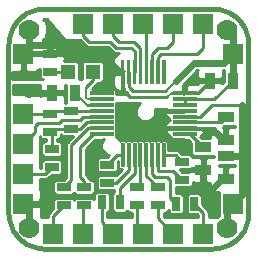
<source format=gtl>
G04 (created by PCBNEW-RS274X (2012-jan-04)-stable) date Mon 02 Apr 2012 09:15:32 PM CEST*
G01*
G70*
G90*
%MOIN*%
G04 Gerber Fmt 3.4, Leading zero omitted, Abs format*
%FSLAX34Y34*%
G04 APERTURE LIST*
%ADD10C,0.006000*%
%ADD11C,0.015000*%
%ADD12R,0.011800X0.078700*%
%ADD13R,0.078700X0.011800*%
%ADD14R,0.055000X0.035000*%
%ADD15R,0.035000X0.055000*%
%ADD16R,0.045000X0.025000*%
%ADD17R,0.025000X0.045000*%
%ADD18R,0.047200X0.047200*%
%ADD19R,0.070000X0.070000*%
%ADD20R,0.070000X0.067000*%
%ADD21C,0.070000*%
%ADD22C,0.035000*%
%ADD23C,0.010000*%
%ADD24C,0.024000*%
%ADD25C,0.008000*%
G04 APERTURE END LIST*
G54D10*
G54D11*
X27390Y-33527D02*
X27390Y-39127D01*
X34190Y-32327D02*
X28590Y-32327D01*
X35390Y-39127D02*
X35390Y-33527D01*
X28590Y-40327D02*
X34190Y-40327D01*
X27390Y-39127D02*
X27395Y-39231D01*
X27409Y-39335D01*
X27431Y-39437D01*
X27463Y-39537D01*
X27503Y-39634D01*
X27551Y-39726D01*
X27608Y-39815D01*
X27671Y-39898D01*
X27742Y-39975D01*
X27819Y-40046D01*
X27902Y-40109D01*
X27991Y-40166D01*
X28083Y-40214D01*
X28180Y-40254D01*
X28280Y-40286D01*
X28382Y-40308D01*
X28486Y-40322D01*
X28590Y-40327D01*
X28590Y-32327D02*
X28486Y-32332D01*
X28382Y-32346D01*
X28280Y-32368D01*
X28180Y-32400D01*
X28083Y-32440D01*
X27991Y-32488D01*
X27902Y-32545D01*
X27819Y-32608D01*
X27742Y-32679D01*
X27671Y-32756D01*
X27608Y-32839D01*
X27551Y-32928D01*
X27503Y-33020D01*
X27463Y-33117D01*
X27431Y-33217D01*
X27409Y-33319D01*
X27395Y-33423D01*
X27390Y-33527D01*
X35390Y-33527D02*
X35385Y-33423D01*
X35371Y-33319D01*
X35349Y-33217D01*
X35317Y-33117D01*
X35277Y-33020D01*
X35229Y-32928D01*
X35172Y-32839D01*
X35109Y-32756D01*
X35038Y-32679D01*
X34961Y-32608D01*
X34878Y-32545D01*
X34790Y-32488D01*
X34697Y-32440D01*
X34600Y-32400D01*
X34500Y-32368D01*
X34398Y-32346D01*
X34294Y-32332D01*
X34190Y-32327D01*
X34190Y-40327D02*
X34294Y-40322D01*
X34398Y-40308D01*
X34500Y-40286D01*
X34600Y-40254D01*
X34697Y-40214D01*
X34790Y-40166D01*
X34878Y-40109D01*
X34961Y-40046D01*
X35038Y-39975D01*
X35109Y-39898D01*
X35172Y-39815D01*
X35229Y-39726D01*
X35277Y-39634D01*
X35317Y-39537D01*
X35349Y-39437D01*
X35371Y-39335D01*
X35385Y-39231D01*
X35390Y-39127D01*
G54D12*
X31202Y-37203D03*
X31399Y-37203D03*
X31596Y-37203D03*
X31793Y-37203D03*
X31989Y-37203D03*
X32186Y-37203D03*
X32383Y-37203D03*
X32580Y-37203D03*
G54D13*
X33268Y-36515D03*
X33268Y-36318D03*
X33268Y-36121D03*
X33268Y-35924D03*
X33268Y-35728D03*
X33268Y-35531D03*
X33268Y-35334D03*
X33268Y-35137D03*
G54D10*
G36*
X32520Y-34055D02*
X32638Y-34055D01*
X32638Y-34841D01*
X32520Y-34841D01*
X32520Y-34055D01*
X32520Y-34055D01*
G37*
G36*
X32323Y-34055D02*
X32441Y-34055D01*
X32441Y-34841D01*
X32323Y-34841D01*
X32323Y-34055D01*
X32323Y-34055D01*
G37*
G36*
X32126Y-34055D02*
X32244Y-34055D01*
X32244Y-34841D01*
X32126Y-34841D01*
X32126Y-34055D01*
X32126Y-34055D01*
G37*
G36*
X31929Y-34055D02*
X32047Y-34055D01*
X32047Y-34841D01*
X31929Y-34841D01*
X31929Y-34055D01*
X31929Y-34055D01*
G37*
G36*
X31733Y-34055D02*
X31851Y-34055D01*
X31851Y-34841D01*
X31733Y-34841D01*
X31733Y-34055D01*
X31733Y-34055D01*
G37*
G36*
X31536Y-34055D02*
X31654Y-34055D01*
X31654Y-34841D01*
X31536Y-34841D01*
X31536Y-34055D01*
X31536Y-34055D01*
G37*
G36*
X31339Y-34055D02*
X31457Y-34055D01*
X31457Y-34841D01*
X31339Y-34841D01*
X31339Y-34055D01*
X31339Y-34055D01*
G37*
G36*
X31142Y-34055D02*
X31260Y-34055D01*
X31260Y-34841D01*
X31142Y-34841D01*
X31142Y-34055D01*
X31142Y-34055D01*
G37*
G54D13*
X30512Y-35137D03*
X30512Y-35334D03*
X30512Y-35531D03*
X30512Y-35728D03*
X30512Y-35924D03*
X30512Y-36121D03*
X30512Y-36318D03*
X30512Y-36515D03*
G54D14*
X34640Y-37252D03*
X34640Y-38002D03*
G54D15*
X34865Y-34727D03*
X34115Y-34727D03*
G54D14*
X34640Y-35952D03*
X34640Y-36702D03*
G54D15*
X29608Y-35138D03*
X28858Y-35138D03*
G54D14*
X33890Y-36952D03*
X33890Y-37702D03*
G54D16*
X28790Y-35827D03*
X28790Y-36427D03*
X28839Y-37003D03*
X28839Y-37603D03*
X28790Y-33827D03*
X28790Y-34427D03*
X29921Y-38283D03*
X29921Y-38883D03*
X29233Y-38283D03*
X29233Y-38883D03*
X32382Y-38283D03*
X32382Y-38883D03*
G54D17*
X32990Y-38827D03*
X33590Y-38827D03*
X31107Y-38780D03*
X30507Y-38780D03*
G54D16*
X31693Y-38283D03*
X31693Y-38883D03*
G54D18*
X30203Y-34427D03*
X29377Y-34427D03*
G54D19*
X30890Y-39827D03*
X33890Y-39827D03*
X32890Y-39827D03*
X28890Y-39827D03*
X29890Y-39827D03*
X31890Y-39827D03*
X31890Y-32827D03*
X32890Y-32827D03*
X27890Y-37827D03*
X27890Y-36827D03*
X27890Y-35827D03*
G54D20*
X30890Y-32827D03*
G54D19*
X29890Y-32827D03*
X33890Y-32827D03*
X27890Y-33827D03*
G54D21*
X34690Y-33027D03*
G54D19*
X27890Y-38827D03*
G54D21*
X34690Y-39627D03*
G54D16*
X29490Y-36327D03*
X29490Y-35727D03*
X30690Y-37527D03*
X30690Y-38127D03*
X33190Y-37427D03*
X33190Y-38027D03*
G54D21*
X28090Y-33027D03*
X28090Y-39627D03*
G54D19*
X34890Y-33827D03*
X34890Y-38827D03*
G54D22*
X28590Y-38727D03*
X33890Y-38327D03*
X28090Y-35127D03*
X34090Y-36427D03*
G54D23*
X33890Y-33627D02*
X33890Y-32827D01*
X32490Y-33827D02*
X33690Y-33827D01*
X33690Y-33827D02*
X33890Y-33627D01*
X32382Y-33935D02*
X32490Y-33827D01*
X32382Y-34448D02*
X32382Y-33935D01*
X32185Y-34448D02*
X32185Y-33832D01*
X32890Y-33427D02*
X32890Y-32827D01*
X32390Y-33627D02*
X32690Y-33627D01*
X32185Y-33832D02*
X32390Y-33627D01*
X32690Y-33627D02*
X32890Y-33427D01*
X31792Y-34448D02*
X31792Y-33629D01*
X30890Y-33227D02*
X30890Y-32827D01*
X31590Y-33427D02*
X31090Y-33427D01*
X31090Y-33427D02*
X30890Y-33227D01*
X31792Y-33629D02*
X31590Y-33427D01*
X31595Y-34448D02*
X31595Y-33732D01*
X30990Y-33627D02*
X30790Y-33427D01*
X30790Y-33427D02*
X30090Y-33427D01*
X30090Y-33427D02*
X29890Y-33227D01*
X31595Y-33732D02*
X31490Y-33627D01*
X31490Y-33627D02*
X30990Y-33627D01*
X29890Y-33227D02*
X29890Y-32827D01*
X30507Y-38780D02*
X30507Y-39444D01*
X30507Y-39444D02*
X30890Y-39827D01*
X31693Y-39630D02*
X31890Y-39827D01*
X31693Y-38883D02*
X31693Y-39630D01*
X32382Y-38883D02*
X32382Y-39319D01*
X32382Y-39319D02*
X32890Y-39827D01*
X33890Y-39827D02*
X33890Y-39127D01*
X33890Y-39127D02*
X33590Y-38827D01*
X29890Y-38914D02*
X29921Y-38883D01*
X29890Y-39827D02*
X29890Y-38914D01*
X28890Y-39226D02*
X29233Y-38883D01*
X28890Y-39827D02*
X28890Y-39226D01*
X29790Y-36027D02*
X29190Y-36027D01*
X28390Y-36127D02*
X28290Y-36227D01*
X29893Y-35924D02*
X29790Y-36027D01*
X29190Y-36027D02*
X29090Y-36127D01*
X28290Y-36227D02*
X28290Y-36427D01*
X28290Y-36427D02*
X27890Y-36827D01*
X29090Y-36127D02*
X28390Y-36127D01*
X30512Y-35924D02*
X29893Y-35924D01*
X28890Y-35727D02*
X28790Y-35827D01*
X29490Y-35727D02*
X28890Y-35727D01*
X28790Y-35827D02*
X27890Y-35827D01*
X29491Y-35728D02*
X29490Y-35727D01*
X30512Y-35728D02*
X29491Y-35728D01*
X31988Y-34448D02*
X31988Y-32925D01*
X31988Y-32925D02*
X31890Y-32827D01*
X27890Y-37827D02*
X28615Y-37827D01*
X28615Y-37827D02*
X28839Y-37603D01*
G54D24*
X27890Y-38827D02*
X28490Y-38827D01*
X34515Y-38002D02*
X34190Y-38327D01*
X28101Y-35138D02*
X28090Y-35127D01*
X28090Y-39027D02*
X27890Y-38827D01*
X34640Y-36702D02*
X34565Y-36702D01*
X34565Y-36702D02*
X34290Y-36427D01*
G54D23*
X34199Y-36318D02*
X34090Y-36427D01*
G54D24*
X28490Y-38827D02*
X28590Y-38727D01*
X28090Y-39627D02*
X28090Y-39027D01*
G54D23*
X34281Y-36318D02*
X33268Y-36318D01*
G54D24*
X33890Y-37702D02*
X33890Y-38327D01*
G54D23*
X34281Y-36318D02*
X34199Y-36318D01*
G54D24*
X28858Y-35138D02*
X28101Y-35138D01*
X34640Y-38002D02*
X34515Y-38002D01*
X34190Y-38327D02*
X33890Y-38327D01*
X34290Y-36427D02*
X34090Y-36427D01*
G54D23*
X31201Y-34448D02*
X31201Y-35038D01*
G54D24*
X31111Y-34448D02*
X30590Y-33927D01*
X28190Y-33527D02*
X27890Y-33827D01*
X28790Y-33527D02*
X28190Y-33527D01*
G54D23*
X31201Y-35038D02*
X31440Y-35277D01*
X31201Y-34448D02*
X31111Y-34448D01*
X33268Y-35137D02*
X33705Y-35137D01*
G54D24*
X28190Y-33527D02*
X27890Y-33827D01*
X28090Y-33027D02*
X28090Y-33427D01*
X28790Y-33827D02*
X28790Y-33527D01*
X28790Y-33527D02*
X28990Y-33527D01*
G54D25*
X32690Y-35277D02*
X32830Y-35137D01*
G54D24*
X30590Y-33927D02*
X29390Y-33927D01*
G54D23*
X33705Y-35137D02*
X34115Y-34727D01*
G54D24*
X28090Y-33427D02*
X28190Y-33527D01*
X29390Y-33927D02*
X28990Y-33527D01*
G54D23*
X32830Y-35137D02*
X33268Y-35137D01*
X31440Y-35277D02*
X32690Y-35277D01*
X29377Y-34427D02*
X28790Y-34427D01*
X29990Y-34927D02*
X30203Y-34714D01*
G54D25*
X30512Y-35334D02*
X30034Y-35334D01*
X29990Y-35290D02*
X29990Y-34927D01*
X30034Y-35334D02*
X29990Y-35290D01*
G54D23*
X30203Y-34714D02*
X30203Y-34427D01*
X32290Y-37927D02*
X32690Y-37927D01*
X32186Y-37203D02*
X32186Y-37823D01*
X32790Y-38627D02*
X32990Y-38827D01*
X32186Y-37823D02*
X32290Y-37927D01*
X32690Y-37927D02*
X32790Y-38027D01*
X32790Y-38027D02*
X32790Y-38627D01*
X31989Y-37890D02*
X32382Y-38283D01*
X31989Y-37203D02*
X31989Y-37890D01*
X30512Y-36318D02*
X30059Y-36318D01*
X29233Y-38283D02*
X29234Y-38283D01*
X29490Y-38027D02*
X29490Y-36887D01*
X29490Y-36887D02*
X30059Y-36318D01*
X30059Y-36318D02*
X30060Y-36317D01*
X29234Y-38283D02*
X29490Y-38027D01*
X29790Y-36927D02*
X29790Y-37927D01*
X29790Y-37927D02*
X29921Y-38058D01*
X30202Y-36515D02*
X29790Y-36927D01*
X30512Y-36515D02*
X30202Y-36515D01*
X29921Y-38058D02*
X29921Y-38283D01*
X31107Y-38780D02*
X31107Y-38310D01*
X31596Y-37821D02*
X31596Y-37203D01*
X31107Y-38310D02*
X31596Y-37821D01*
X31793Y-37203D02*
X31793Y-38183D01*
X31793Y-38183D02*
X31693Y-38283D01*
X28839Y-37003D02*
X28839Y-36476D01*
X30512Y-36121D02*
X29996Y-36121D01*
X28890Y-36327D02*
X28790Y-36427D01*
X29996Y-36121D02*
X29790Y-36327D01*
X29490Y-36327D02*
X28890Y-36327D01*
X29790Y-36327D02*
X29490Y-36327D01*
X28839Y-36476D02*
X28790Y-36427D01*
X33268Y-36121D02*
X34471Y-36121D01*
X34471Y-36121D02*
X34640Y-35952D01*
X30512Y-35531D02*
X30001Y-35531D01*
G54D25*
X30001Y-35531D02*
X29608Y-35138D01*
G54D23*
X32383Y-37203D02*
X32383Y-37720D01*
X32390Y-37727D02*
X32890Y-37727D01*
X32383Y-37720D02*
X32390Y-37727D01*
X32890Y-37727D02*
X33190Y-38027D01*
X31014Y-37203D02*
X30690Y-37527D01*
X31202Y-37203D02*
X31014Y-37203D01*
X31399Y-37718D02*
X30990Y-38127D01*
X30990Y-38127D02*
X30690Y-38127D01*
X31399Y-37203D02*
X31399Y-37718D01*
X32580Y-37203D02*
X32966Y-37203D01*
X32966Y-37203D02*
X33190Y-37427D01*
X33453Y-36515D02*
X33890Y-36952D01*
X33268Y-36515D02*
X33453Y-36515D01*
G54D24*
X34690Y-39627D02*
X34690Y-39027D01*
X35190Y-37252D02*
X35190Y-37227D01*
G54D23*
X33268Y-35924D02*
X33793Y-35924D01*
X33793Y-35924D02*
X34190Y-35527D01*
G54D24*
X34690Y-39027D02*
X34890Y-38827D01*
X34640Y-37252D02*
X35190Y-37252D01*
X34890Y-38827D02*
X35190Y-38527D01*
G54D23*
X34190Y-35527D02*
X35190Y-35527D01*
G54D24*
X35190Y-38527D02*
X35190Y-37227D01*
X35190Y-35527D02*
X35190Y-35527D01*
X35190Y-37227D02*
X35190Y-37252D01*
X35190Y-37252D02*
X35190Y-37227D01*
X35190Y-35527D02*
X35190Y-37252D01*
G54D23*
X33268Y-35334D02*
X33268Y-35531D01*
G54D24*
X34590Y-34127D02*
X34890Y-33827D01*
G54D23*
X31398Y-34935D02*
X31540Y-35077D01*
X31398Y-34448D02*
X31398Y-34935D01*
G54D24*
X32990Y-34727D02*
X33590Y-34127D01*
G54D25*
X32640Y-35077D02*
X32990Y-34727D01*
G54D23*
X31540Y-35077D02*
X32640Y-35077D01*
G54D24*
X33590Y-34127D02*
X34590Y-34127D01*
X34865Y-33852D02*
X34890Y-33827D01*
X34865Y-34727D02*
X34865Y-33852D01*
G54D23*
X34258Y-35334D02*
X34865Y-34727D01*
X33268Y-35334D02*
X34258Y-35334D01*
G54D24*
X34890Y-33227D02*
X34690Y-33027D01*
X34890Y-33827D02*
X34890Y-33227D01*
G54D10*
G36*
X28140Y-39648D02*
X28090Y-39698D01*
X28019Y-39627D01*
X28090Y-39556D01*
X28125Y-39521D01*
X28140Y-39506D01*
X28140Y-39648D01*
X28140Y-39648D01*
G37*
G54D23*
X28140Y-39648D02*
X28090Y-39698D01*
X28019Y-39627D01*
X28090Y-39556D01*
X28125Y-39521D01*
X28140Y-39506D01*
X28140Y-39648D01*
G54D10*
G36*
X29318Y-35473D02*
X29277Y-35473D01*
X29282Y-35463D01*
X29282Y-35364D01*
X29283Y-35250D01*
X29221Y-35188D01*
X28958Y-35188D01*
X28908Y-35188D01*
X28808Y-35188D01*
X28758Y-35188D01*
X28495Y-35188D01*
X28440Y-35243D01*
X28440Y-35177D01*
X27531Y-35177D01*
X27531Y-34877D01*
X28434Y-34877D01*
X28434Y-34912D01*
X28433Y-35026D01*
X28495Y-35088D01*
X28758Y-35088D01*
X28808Y-35088D01*
X28908Y-35088D01*
X28958Y-35088D01*
X29221Y-35088D01*
X29283Y-35026D01*
X29282Y-34912D01*
X29282Y-34877D01*
X29304Y-34877D01*
X29304Y-34889D01*
X29304Y-35439D01*
X29318Y-35473D01*
X29318Y-35473D01*
G37*
G54D23*
X29318Y-35473D02*
X29277Y-35473D01*
X29282Y-35463D01*
X29282Y-35364D01*
X29283Y-35250D01*
X29221Y-35188D01*
X28958Y-35188D01*
X28908Y-35188D01*
X28808Y-35188D01*
X28758Y-35188D01*
X28495Y-35188D01*
X28440Y-35243D01*
X28440Y-35177D01*
X27531Y-35177D01*
X27531Y-34877D01*
X28434Y-34877D01*
X28434Y-34912D01*
X28433Y-35026D01*
X28495Y-35088D01*
X28758Y-35088D01*
X28808Y-35088D01*
X28908Y-35088D01*
X28958Y-35088D01*
X29221Y-35088D01*
X29283Y-35026D01*
X29282Y-34912D01*
X29282Y-34877D01*
X29304Y-34877D01*
X29304Y-34889D01*
X29304Y-35439D01*
X29318Y-35473D01*
G54D10*
G36*
X31513Y-39277D02*
X30687Y-39277D01*
X30687Y-39121D01*
X30705Y-39114D01*
X30742Y-39078D01*
X30761Y-39030D01*
X30761Y-38979D01*
X30761Y-38529D01*
X30741Y-38482D01*
X30705Y-38445D01*
X30657Y-38426D01*
X30606Y-38426D01*
X30356Y-38426D01*
X30309Y-38446D01*
X30272Y-38482D01*
X30253Y-38530D01*
X30253Y-38581D01*
X30253Y-38682D01*
X30219Y-38648D01*
X30171Y-38629D01*
X30120Y-38629D01*
X29670Y-38629D01*
X29623Y-38649D01*
X29586Y-38685D01*
X29576Y-38708D01*
X29567Y-38685D01*
X29531Y-38648D01*
X29483Y-38629D01*
X29432Y-38629D01*
X28982Y-38629D01*
X28935Y-38649D01*
X28898Y-38685D01*
X28879Y-38733D01*
X28879Y-38784D01*
X28879Y-38983D01*
X28763Y-39099D01*
X28724Y-39157D01*
X28710Y-39226D01*
X28710Y-39277D01*
X28468Y-39277D01*
X28489Y-39227D01*
X28489Y-39128D01*
X28490Y-38939D01*
X28428Y-38877D01*
X27940Y-38877D01*
X27940Y-39047D01*
X27840Y-39089D01*
X27840Y-38948D01*
X28011Y-38777D01*
X28428Y-38777D01*
X28490Y-38715D01*
X28489Y-38526D01*
X28489Y-38427D01*
X28451Y-38336D01*
X28440Y-38325D01*
X28440Y-38007D01*
X28615Y-38007D01*
X28684Y-37993D01*
X28742Y-37954D01*
X28839Y-37857D01*
X29090Y-37857D01*
X29137Y-37837D01*
X29174Y-37801D01*
X29193Y-37753D01*
X29193Y-37702D01*
X29193Y-37452D01*
X29173Y-37405D01*
X29137Y-37368D01*
X29089Y-37349D01*
X29038Y-37349D01*
X28588Y-37349D01*
X28541Y-37369D01*
X28504Y-37405D01*
X28485Y-37453D01*
X28485Y-37504D01*
X28485Y-37647D01*
X28440Y-37647D01*
X28440Y-36587D01*
X28456Y-36625D01*
X28492Y-36662D01*
X28540Y-36681D01*
X28591Y-36681D01*
X28659Y-36681D01*
X28659Y-36749D01*
X28588Y-36749D01*
X28541Y-36769D01*
X28504Y-36805D01*
X28485Y-36853D01*
X28485Y-36904D01*
X28485Y-37154D01*
X28505Y-37201D01*
X28541Y-37238D01*
X28589Y-37257D01*
X28640Y-37257D01*
X29090Y-37257D01*
X29137Y-37237D01*
X29174Y-37201D01*
X29193Y-37153D01*
X29193Y-37102D01*
X29193Y-36852D01*
X29173Y-36805D01*
X29137Y-36768D01*
X29089Y-36749D01*
X29038Y-36749D01*
X29019Y-36749D01*
X29019Y-36681D01*
X29041Y-36681D01*
X29088Y-36661D01*
X29125Y-36625D01*
X29144Y-36577D01*
X29144Y-36526D01*
X29144Y-36507D01*
X29148Y-36507D01*
X29156Y-36525D01*
X29192Y-36562D01*
X29240Y-36581D01*
X29291Y-36581D01*
X29541Y-36581D01*
X29363Y-36760D01*
X29324Y-36818D01*
X29310Y-36887D01*
X29310Y-37953D01*
X29234Y-38029D01*
X28982Y-38029D01*
X28935Y-38049D01*
X28898Y-38085D01*
X28879Y-38133D01*
X28879Y-38184D01*
X28879Y-38434D01*
X28899Y-38481D01*
X28935Y-38518D01*
X28983Y-38537D01*
X29034Y-38537D01*
X29484Y-38537D01*
X29531Y-38517D01*
X29568Y-38481D01*
X29577Y-38457D01*
X29587Y-38481D01*
X29623Y-38518D01*
X29671Y-38537D01*
X29722Y-38537D01*
X30172Y-38537D01*
X30219Y-38517D01*
X30256Y-38481D01*
X30275Y-38433D01*
X30275Y-38382D01*
X30275Y-38132D01*
X30255Y-38085D01*
X30219Y-38048D01*
X30171Y-38029D01*
X30120Y-38029D01*
X30095Y-38029D01*
X30087Y-37989D01*
X30048Y-37931D01*
X29970Y-37853D01*
X29970Y-37001D01*
X30276Y-36695D01*
X30512Y-36695D01*
X30572Y-36682D01*
X30544Y-36711D01*
X30494Y-36831D01*
X30494Y-36961D01*
X30544Y-37081D01*
X30636Y-37173D01*
X30744Y-37218D01*
X30690Y-37273D01*
X30439Y-37273D01*
X30392Y-37293D01*
X30355Y-37329D01*
X30336Y-37377D01*
X30336Y-37428D01*
X30336Y-37678D01*
X30356Y-37725D01*
X30392Y-37762D01*
X30440Y-37781D01*
X30491Y-37781D01*
X30941Y-37781D01*
X30988Y-37761D01*
X31025Y-37725D01*
X31044Y-37677D01*
X31044Y-37626D01*
X31044Y-37427D01*
X31055Y-37416D01*
X31055Y-37613D01*
X31068Y-37645D01*
X31093Y-37670D01*
X31125Y-37684D01*
X31160Y-37684D01*
X31178Y-37684D01*
X30975Y-37887D01*
X30940Y-37873D01*
X30889Y-37873D01*
X30439Y-37873D01*
X30392Y-37893D01*
X30355Y-37929D01*
X30336Y-37977D01*
X30336Y-38028D01*
X30336Y-38278D01*
X30356Y-38325D01*
X30392Y-38362D01*
X30440Y-38381D01*
X30491Y-38381D01*
X30927Y-38381D01*
X30927Y-38438D01*
X30909Y-38446D01*
X30872Y-38482D01*
X30853Y-38530D01*
X30853Y-38581D01*
X30853Y-39031D01*
X30873Y-39078D01*
X30909Y-39115D01*
X30957Y-39134D01*
X31008Y-39134D01*
X31258Y-39134D01*
X31305Y-39114D01*
X31342Y-39078D01*
X31349Y-39058D01*
X31359Y-39081D01*
X31395Y-39118D01*
X31443Y-39137D01*
X31494Y-39137D01*
X31513Y-39137D01*
X31513Y-39277D01*
X31513Y-39277D01*
G37*
G54D23*
X31513Y-39277D02*
X30687Y-39277D01*
X30687Y-39121D01*
X30705Y-39114D01*
X30742Y-39078D01*
X30761Y-39030D01*
X30761Y-38979D01*
X30761Y-38529D01*
X30741Y-38482D01*
X30705Y-38445D01*
X30657Y-38426D01*
X30606Y-38426D01*
X30356Y-38426D01*
X30309Y-38446D01*
X30272Y-38482D01*
X30253Y-38530D01*
X30253Y-38581D01*
X30253Y-38682D01*
X30219Y-38648D01*
X30171Y-38629D01*
X30120Y-38629D01*
X29670Y-38629D01*
X29623Y-38649D01*
X29586Y-38685D01*
X29576Y-38708D01*
X29567Y-38685D01*
X29531Y-38648D01*
X29483Y-38629D01*
X29432Y-38629D01*
X28982Y-38629D01*
X28935Y-38649D01*
X28898Y-38685D01*
X28879Y-38733D01*
X28879Y-38784D01*
X28879Y-38983D01*
X28763Y-39099D01*
X28724Y-39157D01*
X28710Y-39226D01*
X28710Y-39277D01*
X28468Y-39277D01*
X28489Y-39227D01*
X28489Y-39128D01*
X28490Y-38939D01*
X28428Y-38877D01*
X27940Y-38877D01*
X27940Y-39047D01*
X27840Y-39089D01*
X27840Y-38948D01*
X28011Y-38777D01*
X28428Y-38777D01*
X28490Y-38715D01*
X28489Y-38526D01*
X28489Y-38427D01*
X28451Y-38336D01*
X28440Y-38325D01*
X28440Y-38007D01*
X28615Y-38007D01*
X28684Y-37993D01*
X28742Y-37954D01*
X28839Y-37857D01*
X29090Y-37857D01*
X29137Y-37837D01*
X29174Y-37801D01*
X29193Y-37753D01*
X29193Y-37702D01*
X29193Y-37452D01*
X29173Y-37405D01*
X29137Y-37368D01*
X29089Y-37349D01*
X29038Y-37349D01*
X28588Y-37349D01*
X28541Y-37369D01*
X28504Y-37405D01*
X28485Y-37453D01*
X28485Y-37504D01*
X28485Y-37647D01*
X28440Y-37647D01*
X28440Y-36587D01*
X28456Y-36625D01*
X28492Y-36662D01*
X28540Y-36681D01*
X28591Y-36681D01*
X28659Y-36681D01*
X28659Y-36749D01*
X28588Y-36749D01*
X28541Y-36769D01*
X28504Y-36805D01*
X28485Y-36853D01*
X28485Y-36904D01*
X28485Y-37154D01*
X28505Y-37201D01*
X28541Y-37238D01*
X28589Y-37257D01*
X28640Y-37257D01*
X29090Y-37257D01*
X29137Y-37237D01*
X29174Y-37201D01*
X29193Y-37153D01*
X29193Y-37102D01*
X29193Y-36852D01*
X29173Y-36805D01*
X29137Y-36768D01*
X29089Y-36749D01*
X29038Y-36749D01*
X29019Y-36749D01*
X29019Y-36681D01*
X29041Y-36681D01*
X29088Y-36661D01*
X29125Y-36625D01*
X29144Y-36577D01*
X29144Y-36526D01*
X29144Y-36507D01*
X29148Y-36507D01*
X29156Y-36525D01*
X29192Y-36562D01*
X29240Y-36581D01*
X29291Y-36581D01*
X29541Y-36581D01*
X29363Y-36760D01*
X29324Y-36818D01*
X29310Y-36887D01*
X29310Y-37953D01*
X29234Y-38029D01*
X28982Y-38029D01*
X28935Y-38049D01*
X28898Y-38085D01*
X28879Y-38133D01*
X28879Y-38184D01*
X28879Y-38434D01*
X28899Y-38481D01*
X28935Y-38518D01*
X28983Y-38537D01*
X29034Y-38537D01*
X29484Y-38537D01*
X29531Y-38517D01*
X29568Y-38481D01*
X29577Y-38457D01*
X29587Y-38481D01*
X29623Y-38518D01*
X29671Y-38537D01*
X29722Y-38537D01*
X30172Y-38537D01*
X30219Y-38517D01*
X30256Y-38481D01*
X30275Y-38433D01*
X30275Y-38382D01*
X30275Y-38132D01*
X30255Y-38085D01*
X30219Y-38048D01*
X30171Y-38029D01*
X30120Y-38029D01*
X30095Y-38029D01*
X30087Y-37989D01*
X30048Y-37931D01*
X29970Y-37853D01*
X29970Y-37001D01*
X30276Y-36695D01*
X30512Y-36695D01*
X30572Y-36682D01*
X30544Y-36711D01*
X30494Y-36831D01*
X30494Y-36961D01*
X30544Y-37081D01*
X30636Y-37173D01*
X30744Y-37218D01*
X30690Y-37273D01*
X30439Y-37273D01*
X30392Y-37293D01*
X30355Y-37329D01*
X30336Y-37377D01*
X30336Y-37428D01*
X30336Y-37678D01*
X30356Y-37725D01*
X30392Y-37762D01*
X30440Y-37781D01*
X30491Y-37781D01*
X30941Y-37781D01*
X30988Y-37761D01*
X31025Y-37725D01*
X31044Y-37677D01*
X31044Y-37626D01*
X31044Y-37427D01*
X31055Y-37416D01*
X31055Y-37613D01*
X31068Y-37645D01*
X31093Y-37670D01*
X31125Y-37684D01*
X31160Y-37684D01*
X31178Y-37684D01*
X30975Y-37887D01*
X30940Y-37873D01*
X30889Y-37873D01*
X30439Y-37873D01*
X30392Y-37893D01*
X30355Y-37929D01*
X30336Y-37977D01*
X30336Y-38028D01*
X30336Y-38278D01*
X30356Y-38325D01*
X30392Y-38362D01*
X30440Y-38381D01*
X30491Y-38381D01*
X30927Y-38381D01*
X30927Y-38438D01*
X30909Y-38446D01*
X30872Y-38482D01*
X30853Y-38530D01*
X30853Y-38581D01*
X30853Y-39031D01*
X30873Y-39078D01*
X30909Y-39115D01*
X30957Y-39134D01*
X31008Y-39134D01*
X31258Y-39134D01*
X31305Y-39114D01*
X31342Y-39078D01*
X31349Y-39058D01*
X31359Y-39081D01*
X31395Y-39118D01*
X31443Y-39137D01*
X31494Y-39137D01*
X31513Y-39137D01*
X31513Y-39277D01*
G54D10*
G36*
X34421Y-38426D02*
X34411Y-38452D01*
X34411Y-38503D01*
X34411Y-39203D01*
X34418Y-39220D01*
X34361Y-39277D01*
X34070Y-39277D01*
X34070Y-39127D01*
X34056Y-39058D01*
X34017Y-39000D01*
X33844Y-38827D01*
X33844Y-38576D01*
X33824Y-38529D01*
X33788Y-38492D01*
X33740Y-38473D01*
X33689Y-38473D01*
X33439Y-38473D01*
X33392Y-38493D01*
X33355Y-38529D01*
X33336Y-38577D01*
X33336Y-38628D01*
X33336Y-39078D01*
X33356Y-39125D01*
X33392Y-39162D01*
X33440Y-39181D01*
X33491Y-39181D01*
X33690Y-39181D01*
X33710Y-39201D01*
X33710Y-39277D01*
X32594Y-39277D01*
X32562Y-39244D01*
X32562Y-39137D01*
X32633Y-39137D01*
X32680Y-39117D01*
X32717Y-39081D01*
X32736Y-39033D01*
X32736Y-39078D01*
X32756Y-39125D01*
X32792Y-39162D01*
X32840Y-39181D01*
X32891Y-39181D01*
X33141Y-39181D01*
X33188Y-39161D01*
X33225Y-39125D01*
X33244Y-39077D01*
X33244Y-39026D01*
X33244Y-38576D01*
X33224Y-38529D01*
X33188Y-38492D01*
X33140Y-38473D01*
X33089Y-38473D01*
X32970Y-38473D01*
X32970Y-38281D01*
X32991Y-38281D01*
X33441Y-38281D01*
X33488Y-38261D01*
X33525Y-38225D01*
X33544Y-38177D01*
X33544Y-38126D01*
X33544Y-38117D01*
X33565Y-38126D01*
X33664Y-38126D01*
X33778Y-38127D01*
X33840Y-38065D01*
X33840Y-37752D01*
X33427Y-37752D01*
X33406Y-37773D01*
X33389Y-37773D01*
X33190Y-37773D01*
X33098Y-37681D01*
X33441Y-37681D01*
X33488Y-37661D01*
X33497Y-37652D01*
X33840Y-37652D01*
X33840Y-37339D01*
X33778Y-37277D01*
X33664Y-37278D01*
X33565Y-37278D01*
X33544Y-37286D01*
X33544Y-37276D01*
X33524Y-37229D01*
X33488Y-37192D01*
X33440Y-37173D01*
X33389Y-37173D01*
X33190Y-37173D01*
X33093Y-37076D01*
X33035Y-37037D01*
X32966Y-37023D01*
X32727Y-37023D01*
X32727Y-36793D01*
X32714Y-36761D01*
X32689Y-36736D01*
X32657Y-36722D01*
X32622Y-36722D01*
X32504Y-36722D01*
X32481Y-36731D01*
X32460Y-36722D01*
X32425Y-36722D01*
X32307Y-36722D01*
X32284Y-36731D01*
X32263Y-36722D01*
X32228Y-36722D01*
X32110Y-36722D01*
X32087Y-36731D01*
X32066Y-36722D01*
X32031Y-36722D01*
X31913Y-36722D01*
X31890Y-36731D01*
X31870Y-36722D01*
X31835Y-36722D01*
X31717Y-36722D01*
X31694Y-36731D01*
X31673Y-36722D01*
X31638Y-36722D01*
X31520Y-36722D01*
X31497Y-36731D01*
X31476Y-36722D01*
X31441Y-36722D01*
X31323Y-36722D01*
X31300Y-36731D01*
X31279Y-36722D01*
X31244Y-36722D01*
X31126Y-36722D01*
X31105Y-36730D01*
X31098Y-36711D01*
X31006Y-36619D01*
X30985Y-36610D01*
X30993Y-36592D01*
X30993Y-36557D01*
X30993Y-36439D01*
X30983Y-36416D01*
X30993Y-36395D01*
X30993Y-36360D01*
X30993Y-36242D01*
X30983Y-36219D01*
X30993Y-36198D01*
X30993Y-36163D01*
X30993Y-36045D01*
X30983Y-36022D01*
X30993Y-36001D01*
X30993Y-35966D01*
X30993Y-35848D01*
X30983Y-35825D01*
X30993Y-35805D01*
X30993Y-35770D01*
X30993Y-35652D01*
X30983Y-35629D01*
X30993Y-35608D01*
X30993Y-35573D01*
X30993Y-35477D01*
X31783Y-35477D01*
X31774Y-35481D01*
X31682Y-35573D01*
X31632Y-35693D01*
X31632Y-35823D01*
X31682Y-35943D01*
X31774Y-36035D01*
X31894Y-36085D01*
X32024Y-36085D01*
X32144Y-36035D01*
X32236Y-35943D01*
X32286Y-35823D01*
X32286Y-35693D01*
X32279Y-35677D01*
X32625Y-35677D01*
X32626Y-35677D01*
X32665Y-35677D01*
X32687Y-35699D01*
X33208Y-35699D01*
X33268Y-35711D01*
X33318Y-35700D01*
X33318Y-35744D01*
X33268Y-35744D01*
X33203Y-35757D01*
X32687Y-35757D01*
X32626Y-35818D01*
X32626Y-35837D01*
X32664Y-35928D01*
X32734Y-35998D01*
X32794Y-36023D01*
X32734Y-36048D01*
X32664Y-36118D01*
X32626Y-36209D01*
X32626Y-36228D01*
X32687Y-36289D01*
X33208Y-36289D01*
X33268Y-36301D01*
X33910Y-36301D01*
X34259Y-36301D01*
X34224Y-36316D01*
X34154Y-36386D01*
X34116Y-36478D01*
X34115Y-36590D01*
X34127Y-36602D01*
X34115Y-36602D01*
X34115Y-36648D01*
X33840Y-36648D01*
X33786Y-36594D01*
X33802Y-36588D01*
X33872Y-36518D01*
X33910Y-36427D01*
X33910Y-36408D01*
X33849Y-36347D01*
X33512Y-36347D01*
X33453Y-36335D01*
X33268Y-36335D01*
X33208Y-36347D01*
X32687Y-36347D01*
X32626Y-36408D01*
X32626Y-36427D01*
X32664Y-36518D01*
X32734Y-36588D01*
X32796Y-36613D01*
X32800Y-36623D01*
X32825Y-36648D01*
X32857Y-36662D01*
X32892Y-36662D01*
X33170Y-36662D01*
X33199Y-36681D01*
X33268Y-36695D01*
X33379Y-36695D01*
X33486Y-36802D01*
X33486Y-36803D01*
X33486Y-37153D01*
X33506Y-37200D01*
X33542Y-37237D01*
X33590Y-37256D01*
X33641Y-37256D01*
X34191Y-37256D01*
X34236Y-37236D01*
X34236Y-37286D01*
X34215Y-37278D01*
X34116Y-37278D01*
X34002Y-37277D01*
X33940Y-37339D01*
X33940Y-37602D01*
X33940Y-37652D01*
X33940Y-37752D01*
X33940Y-37802D01*
X33940Y-38065D01*
X34002Y-38127D01*
X34115Y-38126D01*
X34116Y-38226D01*
X34154Y-38318D01*
X34224Y-38388D01*
X34315Y-38426D01*
X34414Y-38426D01*
X34421Y-38426D01*
X34421Y-38426D01*
G37*
G54D23*
X34421Y-38426D02*
X34411Y-38452D01*
X34411Y-38503D01*
X34411Y-39203D01*
X34418Y-39220D01*
X34361Y-39277D01*
X34070Y-39277D01*
X34070Y-39127D01*
X34056Y-39058D01*
X34017Y-39000D01*
X33844Y-38827D01*
X33844Y-38576D01*
X33824Y-38529D01*
X33788Y-38492D01*
X33740Y-38473D01*
X33689Y-38473D01*
X33439Y-38473D01*
X33392Y-38493D01*
X33355Y-38529D01*
X33336Y-38577D01*
X33336Y-38628D01*
X33336Y-39078D01*
X33356Y-39125D01*
X33392Y-39162D01*
X33440Y-39181D01*
X33491Y-39181D01*
X33690Y-39181D01*
X33710Y-39201D01*
X33710Y-39277D01*
X32594Y-39277D01*
X32562Y-39244D01*
X32562Y-39137D01*
X32633Y-39137D01*
X32680Y-39117D01*
X32717Y-39081D01*
X32736Y-39033D01*
X32736Y-39078D01*
X32756Y-39125D01*
X32792Y-39162D01*
X32840Y-39181D01*
X32891Y-39181D01*
X33141Y-39181D01*
X33188Y-39161D01*
X33225Y-39125D01*
X33244Y-39077D01*
X33244Y-39026D01*
X33244Y-38576D01*
X33224Y-38529D01*
X33188Y-38492D01*
X33140Y-38473D01*
X33089Y-38473D01*
X32970Y-38473D01*
X32970Y-38281D01*
X32991Y-38281D01*
X33441Y-38281D01*
X33488Y-38261D01*
X33525Y-38225D01*
X33544Y-38177D01*
X33544Y-38126D01*
X33544Y-38117D01*
X33565Y-38126D01*
X33664Y-38126D01*
X33778Y-38127D01*
X33840Y-38065D01*
X33840Y-37752D01*
X33427Y-37752D01*
X33406Y-37773D01*
X33389Y-37773D01*
X33190Y-37773D01*
X33098Y-37681D01*
X33441Y-37681D01*
X33488Y-37661D01*
X33497Y-37652D01*
X33840Y-37652D01*
X33840Y-37339D01*
X33778Y-37277D01*
X33664Y-37278D01*
X33565Y-37278D01*
X33544Y-37286D01*
X33544Y-37276D01*
X33524Y-37229D01*
X33488Y-37192D01*
X33440Y-37173D01*
X33389Y-37173D01*
X33190Y-37173D01*
X33093Y-37076D01*
X33035Y-37037D01*
X32966Y-37023D01*
X32727Y-37023D01*
X32727Y-36793D01*
X32714Y-36761D01*
X32689Y-36736D01*
X32657Y-36722D01*
X32622Y-36722D01*
X32504Y-36722D01*
X32481Y-36731D01*
X32460Y-36722D01*
X32425Y-36722D01*
X32307Y-36722D01*
X32284Y-36731D01*
X32263Y-36722D01*
X32228Y-36722D01*
X32110Y-36722D01*
X32087Y-36731D01*
X32066Y-36722D01*
X32031Y-36722D01*
X31913Y-36722D01*
X31890Y-36731D01*
X31870Y-36722D01*
X31835Y-36722D01*
X31717Y-36722D01*
X31694Y-36731D01*
X31673Y-36722D01*
X31638Y-36722D01*
X31520Y-36722D01*
X31497Y-36731D01*
X31476Y-36722D01*
X31441Y-36722D01*
X31323Y-36722D01*
X31300Y-36731D01*
X31279Y-36722D01*
X31244Y-36722D01*
X31126Y-36722D01*
X31105Y-36730D01*
X31098Y-36711D01*
X31006Y-36619D01*
X30985Y-36610D01*
X30993Y-36592D01*
X30993Y-36557D01*
X30993Y-36439D01*
X30983Y-36416D01*
X30993Y-36395D01*
X30993Y-36360D01*
X30993Y-36242D01*
X30983Y-36219D01*
X30993Y-36198D01*
X30993Y-36163D01*
X30993Y-36045D01*
X30983Y-36022D01*
X30993Y-36001D01*
X30993Y-35966D01*
X30993Y-35848D01*
X30983Y-35825D01*
X30993Y-35805D01*
X30993Y-35770D01*
X30993Y-35652D01*
X30983Y-35629D01*
X30993Y-35608D01*
X30993Y-35573D01*
X30993Y-35477D01*
X31783Y-35477D01*
X31774Y-35481D01*
X31682Y-35573D01*
X31632Y-35693D01*
X31632Y-35823D01*
X31682Y-35943D01*
X31774Y-36035D01*
X31894Y-36085D01*
X32024Y-36085D01*
X32144Y-36035D01*
X32236Y-35943D01*
X32286Y-35823D01*
X32286Y-35693D01*
X32279Y-35677D01*
X32625Y-35677D01*
X32626Y-35677D01*
X32665Y-35677D01*
X32687Y-35699D01*
X33208Y-35699D01*
X33268Y-35711D01*
X33318Y-35700D01*
X33318Y-35744D01*
X33268Y-35744D01*
X33203Y-35757D01*
X32687Y-35757D01*
X32626Y-35818D01*
X32626Y-35837D01*
X32664Y-35928D01*
X32734Y-35998D01*
X32794Y-36023D01*
X32734Y-36048D01*
X32664Y-36118D01*
X32626Y-36209D01*
X32626Y-36228D01*
X32687Y-36289D01*
X33208Y-36289D01*
X33268Y-36301D01*
X33910Y-36301D01*
X34259Y-36301D01*
X34224Y-36316D01*
X34154Y-36386D01*
X34116Y-36478D01*
X34115Y-36590D01*
X34127Y-36602D01*
X34115Y-36602D01*
X34115Y-36648D01*
X33840Y-36648D01*
X33786Y-36594D01*
X33802Y-36588D01*
X33872Y-36518D01*
X33910Y-36427D01*
X33910Y-36408D01*
X33849Y-36347D01*
X33512Y-36347D01*
X33453Y-36335D01*
X33268Y-36335D01*
X33208Y-36347D01*
X32687Y-36347D01*
X32626Y-36408D01*
X32626Y-36427D01*
X32664Y-36518D01*
X32734Y-36588D01*
X32796Y-36613D01*
X32800Y-36623D01*
X32825Y-36648D01*
X32857Y-36662D01*
X32892Y-36662D01*
X33170Y-36662D01*
X33199Y-36681D01*
X33268Y-36695D01*
X33379Y-36695D01*
X33486Y-36802D01*
X33486Y-36803D01*
X33486Y-37153D01*
X33506Y-37200D01*
X33542Y-37237D01*
X33590Y-37256D01*
X33641Y-37256D01*
X34191Y-37256D01*
X34236Y-37236D01*
X34236Y-37286D01*
X34215Y-37278D01*
X34116Y-37278D01*
X34002Y-37277D01*
X33940Y-37339D01*
X33940Y-37602D01*
X33940Y-37652D01*
X33940Y-37752D01*
X33940Y-37802D01*
X33940Y-38065D01*
X34002Y-38127D01*
X34115Y-38126D01*
X34116Y-38226D01*
X34154Y-38318D01*
X34224Y-38388D01*
X34315Y-38426D01*
X34414Y-38426D01*
X34421Y-38426D01*
G54D10*
G36*
X34940Y-36278D02*
X34866Y-36278D01*
X34752Y-36277D01*
X34690Y-36339D01*
X34690Y-36602D01*
X34690Y-36652D01*
X34690Y-36752D01*
X34590Y-36752D01*
X34590Y-36652D01*
X34590Y-36602D01*
X34590Y-36339D01*
X34538Y-36287D01*
X34540Y-36287D01*
X34586Y-36256D01*
X34940Y-36256D01*
X34940Y-36278D01*
X34940Y-36278D01*
G37*
G54D23*
X34940Y-36278D02*
X34866Y-36278D01*
X34752Y-36277D01*
X34690Y-36339D01*
X34690Y-36602D01*
X34690Y-36652D01*
X34690Y-36752D01*
X34590Y-36752D01*
X34590Y-36652D01*
X34590Y-36602D01*
X34590Y-36339D01*
X34538Y-36287D01*
X34540Y-36287D01*
X34586Y-36256D01*
X34940Y-36256D01*
X34940Y-36278D01*
G54D10*
G36*
X34940Y-37578D02*
X34866Y-37578D01*
X34752Y-37577D01*
X34690Y-37639D01*
X34690Y-37902D01*
X34690Y-37952D01*
X34690Y-38052D01*
X34590Y-38052D01*
X34590Y-37952D01*
X34590Y-37902D01*
X34590Y-37639D01*
X34528Y-37577D01*
X34414Y-37577D01*
X34414Y-37556D01*
X34940Y-37556D01*
X34940Y-37578D01*
X34940Y-37578D01*
G37*
G54D23*
X34940Y-37578D02*
X34866Y-37578D01*
X34752Y-37577D01*
X34690Y-37639D01*
X34690Y-37902D01*
X34690Y-37952D01*
X34690Y-38052D01*
X34590Y-38052D01*
X34590Y-37952D01*
X34590Y-37902D01*
X34590Y-37639D01*
X34528Y-37577D01*
X34414Y-37577D01*
X34414Y-37556D01*
X34940Y-37556D01*
X34940Y-37578D01*
G54D10*
G36*
X28161Y-33027D02*
X28090Y-33098D01*
X28019Y-33027D01*
X28090Y-32956D01*
X28161Y-33027D01*
X28161Y-33027D01*
G37*
G54D23*
X28161Y-33027D02*
X28090Y-33098D01*
X28019Y-33027D01*
X28090Y-32956D01*
X28161Y-33027D01*
G54D10*
G36*
X31385Y-35177D02*
X30993Y-35177D01*
X30993Y-35061D01*
X30981Y-35032D01*
X31001Y-35052D01*
X31092Y-35090D01*
X31111Y-35090D01*
X31172Y-35029D01*
X31172Y-34498D01*
X30954Y-34498D01*
X30892Y-34560D01*
X30893Y-34890D01*
X30931Y-34982D01*
X30951Y-35002D01*
X30923Y-34990D01*
X30888Y-34990D01*
X30181Y-34990D01*
X30330Y-34841D01*
X30362Y-34792D01*
X30465Y-34792D01*
X30512Y-34772D01*
X30549Y-34736D01*
X30568Y-34688D01*
X30568Y-34637D01*
X30568Y-34165D01*
X30548Y-34118D01*
X30512Y-34081D01*
X30464Y-34062D01*
X30413Y-34062D01*
X29941Y-34062D01*
X29894Y-34082D01*
X29857Y-34118D01*
X29838Y-34166D01*
X29838Y-34217D01*
X29838Y-34677D01*
X29742Y-34677D01*
X29742Y-34637D01*
X29742Y-34165D01*
X29722Y-34118D01*
X29686Y-34081D01*
X29638Y-34062D01*
X29587Y-34062D01*
X29238Y-34062D01*
X29264Y-34001D01*
X29265Y-33939D01*
X29265Y-33715D01*
X29264Y-33653D01*
X29226Y-33561D01*
X29156Y-33491D01*
X29065Y-33453D01*
X28966Y-33453D01*
X28902Y-33452D01*
X28840Y-33514D01*
X28840Y-33777D01*
X29203Y-33777D01*
X29265Y-33715D01*
X29265Y-33939D01*
X29203Y-33877D01*
X28890Y-33877D01*
X28840Y-33877D01*
X28740Y-33877D01*
X28690Y-33877D01*
X28428Y-33877D01*
X28377Y-33877D01*
X27940Y-33877D01*
X27940Y-34365D01*
X28002Y-34427D01*
X28289Y-34426D01*
X28381Y-34388D01*
X28436Y-34333D01*
X28436Y-34578D01*
X28456Y-34625D01*
X28492Y-34662D01*
X28529Y-34677D01*
X27523Y-34677D01*
X27523Y-34426D01*
X27778Y-34427D01*
X27840Y-34365D01*
X27840Y-33927D01*
X27840Y-33877D01*
X27840Y-33777D01*
X27840Y-33727D01*
X27840Y-33561D01*
X27940Y-33598D01*
X27940Y-33777D01*
X28377Y-33777D01*
X28428Y-33777D01*
X28740Y-33777D01*
X28740Y-33514D01*
X28683Y-33457D01*
X28678Y-33452D01*
X28614Y-33453D01*
X28527Y-33453D01*
X28592Y-33388D01*
X28556Y-33352D01*
X28603Y-33337D01*
X28683Y-33118D01*
X28672Y-32883D01*
X28603Y-32717D01*
X28556Y-32701D01*
X28581Y-32677D01*
X28667Y-32677D01*
X29267Y-33377D01*
X29785Y-33377D01*
X29962Y-33554D01*
X29963Y-33554D01*
X30021Y-33593D01*
X30089Y-33606D01*
X30090Y-33607D01*
X30715Y-33607D01*
X30862Y-33754D01*
X30863Y-33754D01*
X30921Y-33793D01*
X30989Y-33806D01*
X30990Y-33807D01*
X31089Y-33807D01*
X31001Y-33844D01*
X30931Y-33914D01*
X30893Y-34006D01*
X30892Y-34336D01*
X30954Y-34398D01*
X31101Y-34398D01*
X31172Y-34398D01*
X31228Y-34398D01*
X31218Y-34448D01*
X31218Y-34935D01*
X31230Y-34994D01*
X31230Y-35029D01*
X31291Y-35090D01*
X31298Y-35090D01*
X31385Y-35177D01*
X31385Y-35177D01*
G37*
G54D23*
X31385Y-35177D02*
X30993Y-35177D01*
X30993Y-35061D01*
X30981Y-35032D01*
X31001Y-35052D01*
X31092Y-35090D01*
X31111Y-35090D01*
X31172Y-35029D01*
X31172Y-34498D01*
X30954Y-34498D01*
X30892Y-34560D01*
X30893Y-34890D01*
X30931Y-34982D01*
X30951Y-35002D01*
X30923Y-34990D01*
X30888Y-34990D01*
X30181Y-34990D01*
X30330Y-34841D01*
X30362Y-34792D01*
X30465Y-34792D01*
X30512Y-34772D01*
X30549Y-34736D01*
X30568Y-34688D01*
X30568Y-34637D01*
X30568Y-34165D01*
X30548Y-34118D01*
X30512Y-34081D01*
X30464Y-34062D01*
X30413Y-34062D01*
X29941Y-34062D01*
X29894Y-34082D01*
X29857Y-34118D01*
X29838Y-34166D01*
X29838Y-34217D01*
X29838Y-34677D01*
X29742Y-34677D01*
X29742Y-34637D01*
X29742Y-34165D01*
X29722Y-34118D01*
X29686Y-34081D01*
X29638Y-34062D01*
X29587Y-34062D01*
X29238Y-34062D01*
X29264Y-34001D01*
X29265Y-33939D01*
X29265Y-33715D01*
X29264Y-33653D01*
X29226Y-33561D01*
X29156Y-33491D01*
X29065Y-33453D01*
X28966Y-33453D01*
X28902Y-33452D01*
X28840Y-33514D01*
X28840Y-33777D01*
X29203Y-33777D01*
X29265Y-33715D01*
X29265Y-33939D01*
X29203Y-33877D01*
X28890Y-33877D01*
X28840Y-33877D01*
X28740Y-33877D01*
X28690Y-33877D01*
X28428Y-33877D01*
X28377Y-33877D01*
X27940Y-33877D01*
X27940Y-34365D01*
X28002Y-34427D01*
X28289Y-34426D01*
X28381Y-34388D01*
X28436Y-34333D01*
X28436Y-34578D01*
X28456Y-34625D01*
X28492Y-34662D01*
X28529Y-34677D01*
X27523Y-34677D01*
X27523Y-34426D01*
X27778Y-34427D01*
X27840Y-34365D01*
X27840Y-33927D01*
X27840Y-33877D01*
X27840Y-33777D01*
X27840Y-33727D01*
X27840Y-33561D01*
X27940Y-33598D01*
X27940Y-33777D01*
X28377Y-33777D01*
X28428Y-33777D01*
X28740Y-33777D01*
X28740Y-33514D01*
X28683Y-33457D01*
X28678Y-33452D01*
X28614Y-33453D01*
X28527Y-33453D01*
X28592Y-33388D01*
X28556Y-33352D01*
X28603Y-33337D01*
X28683Y-33118D01*
X28672Y-32883D01*
X28603Y-32717D01*
X28556Y-32701D01*
X28581Y-32677D01*
X28667Y-32677D01*
X29267Y-33377D01*
X29785Y-33377D01*
X29962Y-33554D01*
X29963Y-33554D01*
X30021Y-33593D01*
X30089Y-33606D01*
X30090Y-33607D01*
X30715Y-33607D01*
X30862Y-33754D01*
X30863Y-33754D01*
X30921Y-33793D01*
X30989Y-33806D01*
X30990Y-33807D01*
X31089Y-33807D01*
X31001Y-33844D01*
X30931Y-33914D01*
X30893Y-34006D01*
X30892Y-34336D01*
X30954Y-34398D01*
X31101Y-34398D01*
X31172Y-34398D01*
X31228Y-34398D01*
X31218Y-34448D01*
X31218Y-34935D01*
X31230Y-34994D01*
X31230Y-35029D01*
X31291Y-35090D01*
X31298Y-35090D01*
X31385Y-35177D01*
G54D10*
G36*
X34582Y-34377D02*
X34580Y-34379D01*
X34561Y-34427D01*
X34561Y-34478D01*
X34561Y-34776D01*
X34519Y-34818D01*
X34478Y-34777D01*
X34215Y-34777D01*
X34165Y-34777D01*
X34065Y-34777D01*
X34015Y-34777D01*
X33752Y-34777D01*
X33700Y-34828D01*
X33380Y-34828D01*
X33318Y-34890D01*
X33318Y-35037D01*
X33318Y-35108D01*
X33318Y-35154D01*
X33268Y-35154D01*
X33218Y-35164D01*
X33218Y-35108D01*
X33218Y-35037D01*
X33218Y-34890D01*
X33199Y-34871D01*
X33693Y-34377D01*
X33701Y-34377D01*
X33691Y-34402D01*
X33691Y-34501D01*
X33690Y-34615D01*
X33752Y-34677D01*
X34015Y-34677D01*
X34065Y-34677D01*
X34165Y-34677D01*
X34215Y-34677D01*
X34478Y-34677D01*
X34540Y-34615D01*
X34539Y-34501D01*
X34539Y-34402D01*
X34528Y-34377D01*
X34582Y-34377D01*
X34582Y-34377D01*
G37*
G54D23*
X34582Y-34377D02*
X34580Y-34379D01*
X34561Y-34427D01*
X34561Y-34478D01*
X34561Y-34776D01*
X34519Y-34818D01*
X34478Y-34777D01*
X34215Y-34777D01*
X34165Y-34777D01*
X34065Y-34777D01*
X34015Y-34777D01*
X33752Y-34777D01*
X33700Y-34828D01*
X33380Y-34828D01*
X33318Y-34890D01*
X33318Y-35037D01*
X33318Y-35108D01*
X33318Y-35154D01*
X33268Y-35154D01*
X33218Y-35164D01*
X33218Y-35108D01*
X33218Y-35037D01*
X33218Y-34890D01*
X33199Y-34871D01*
X33693Y-34377D01*
X33701Y-34377D01*
X33691Y-34402D01*
X33691Y-34501D01*
X33690Y-34615D01*
X33752Y-34677D01*
X34015Y-34677D01*
X34065Y-34677D01*
X34165Y-34677D01*
X34215Y-34677D01*
X34478Y-34677D01*
X34540Y-34615D01*
X34539Y-34501D01*
X34539Y-34402D01*
X34528Y-34377D01*
X34582Y-34377D01*
M02*

</source>
